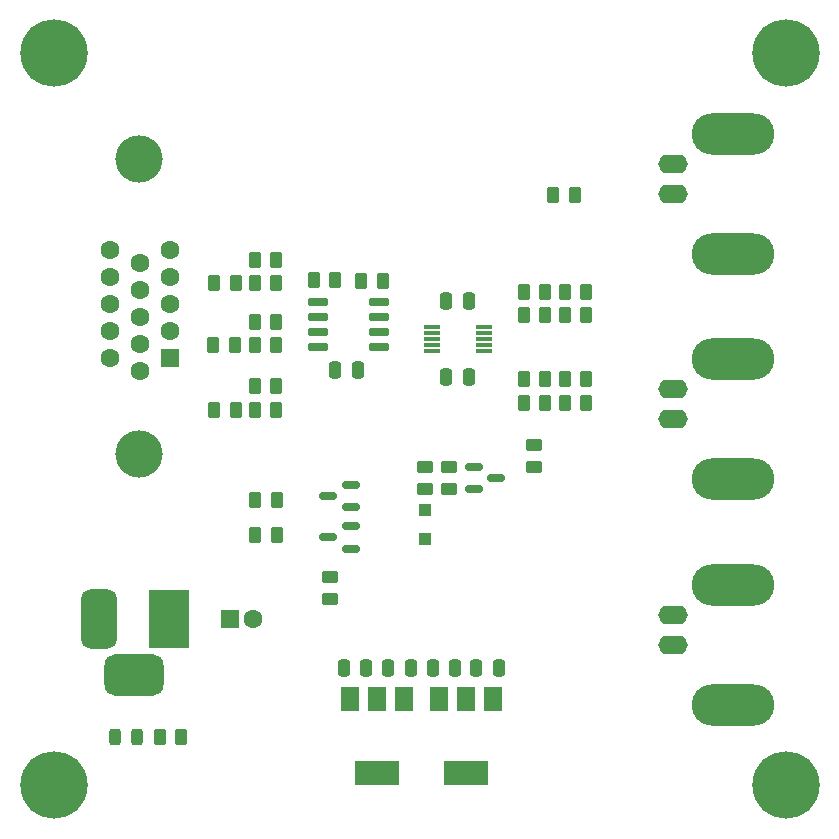
<source format=gts>
%TF.GenerationSoftware,KiCad,Pcbnew,7.0.2*%
%TF.CreationDate,2023-06-12T01:53:58+02:00*%
%TF.ProjectId,RGB-YPbPr-Converter,5247422d-5950-4625-9072-2d436f6e7665,rev?*%
%TF.SameCoordinates,Original*%
%TF.FileFunction,Soldermask,Top*%
%TF.FilePolarity,Negative*%
%FSLAX46Y46*%
G04 Gerber Fmt 4.6, Leading zero omitted, Abs format (unit mm)*
G04 Created by KiCad (PCBNEW 7.0.2) date 2023-06-12 01:53:58*
%MOMM*%
%LPD*%
G01*
G04 APERTURE LIST*
G04 Aperture macros list*
%AMRoundRect*
0 Rectangle with rounded corners*
0 $1 Rounding radius*
0 $2 $3 $4 $5 $6 $7 $8 $9 X,Y pos of 4 corners*
0 Add a 4 corners polygon primitive as box body*
4,1,4,$2,$3,$4,$5,$6,$7,$8,$9,$2,$3,0*
0 Add four circle primitives for the rounded corners*
1,1,$1+$1,$2,$3*
1,1,$1+$1,$4,$5*
1,1,$1+$1,$6,$7*
1,1,$1+$1,$8,$9*
0 Add four rect primitives between the rounded corners*
20,1,$1+$1,$2,$3,$4,$5,0*
20,1,$1+$1,$4,$5,$6,$7,0*
20,1,$1+$1,$6,$7,$8,$9,0*
20,1,$1+$1,$8,$9,$2,$3,0*%
G04 Aperture macros list end*
%ADD10RoundRect,0.150000X-0.725000X-0.150000X0.725000X-0.150000X0.725000X0.150000X-0.725000X0.150000X0*%
%ADD11RoundRect,0.250000X0.450000X-0.262500X0.450000X0.262500X-0.450000X0.262500X-0.450000X-0.262500X0*%
%ADD12RoundRect,0.250000X0.262500X0.450000X-0.262500X0.450000X-0.262500X-0.450000X0.262500X-0.450000X0*%
%ADD13R,1.400000X0.300000*%
%ADD14RoundRect,0.250000X-0.262500X-0.450000X0.262500X-0.450000X0.262500X0.450000X-0.262500X0.450000X0*%
%ADD15O,2.500000X1.600000*%
%ADD16O,7.000000X3.500000*%
%ADD17R,1.600000X1.600000*%
%ADD18C,1.600000*%
%ADD19R,1.000000X1.000000*%
%ADD20RoundRect,0.250000X-0.450000X0.262500X-0.450000X-0.262500X0.450000X-0.262500X0.450000X0.262500X0*%
%ADD21RoundRect,0.250000X-0.250000X-0.475000X0.250000X-0.475000X0.250000X0.475000X-0.250000X0.475000X0*%
%ADD22R,1.500000X2.000000*%
%ADD23R,3.800000X2.000000*%
%ADD24RoundRect,0.150000X-0.587500X-0.150000X0.587500X-0.150000X0.587500X0.150000X-0.587500X0.150000X0*%
%ADD25RoundRect,0.250000X0.250000X0.475000X-0.250000X0.475000X-0.250000X-0.475000X0.250000X-0.475000X0*%
%ADD26RoundRect,0.150000X0.587500X0.150000X-0.587500X0.150000X-0.587500X-0.150000X0.587500X-0.150000X0*%
%ADD27C,5.700000*%
%ADD28C,4.000000*%
%ADD29RoundRect,0.243750X-0.243750X-0.456250X0.243750X-0.456250X0.243750X0.456250X-0.243750X0.456250X0*%
%ADD30R,3.500000X5.000000*%
%ADD31RoundRect,0.750000X-0.750000X-1.750000X0.750000X-1.750000X0.750000X1.750000X-0.750000X1.750000X0*%
%ADD32RoundRect,0.875000X-1.625000X-0.875000X1.625000X-0.875000X1.625000X0.875000X-1.625000X0.875000X0*%
G04 APERTURE END LIST*
D10*
%TO.C,U5*%
X126375000Y-125095000D03*
X126375000Y-126365000D03*
X126375000Y-127635000D03*
X126375000Y-128905000D03*
X131525000Y-128905000D03*
X131525000Y-127635000D03*
X131525000Y-126365000D03*
X131525000Y-125095000D03*
%TD*%
D11*
%TO.C,R20*%
X144700000Y-139012500D03*
X144700000Y-137187500D03*
%TD*%
D12*
%TO.C,R28*%
X145612500Y-124200000D03*
X143787500Y-124200000D03*
%TD*%
D13*
%TO.C,U4*%
X136000000Y-127200000D03*
X136000000Y-127700000D03*
X136000000Y-128200000D03*
X136000000Y-128700000D03*
X136000000Y-129200000D03*
X140400000Y-129200000D03*
X140400000Y-128700000D03*
X140400000Y-128200000D03*
X140400000Y-127700000D03*
X140400000Y-127200000D03*
%TD*%
D11*
%TO.C,R15*%
X135400000Y-140912500D03*
X135400000Y-139087500D03*
%TD*%
D14*
%TO.C,R10*%
X117520195Y-128750000D03*
X119345195Y-128750000D03*
%TD*%
%TO.C,R4*%
X121087500Y-144797257D03*
X122912500Y-144797257D03*
%TD*%
%TO.C,R9*%
X117587500Y-134221951D03*
X119412500Y-134221951D03*
%TD*%
D15*
%TO.C,J3*%
X156410997Y-135000000D03*
D16*
X161490997Y-129920000D03*
D15*
X156410997Y-132460000D03*
D16*
X161490997Y-140080000D03*
%TD*%
D17*
%TO.C,C1*%
X118900000Y-151950000D03*
D18*
X120900000Y-151950000D03*
%TD*%
D14*
%TO.C,R25*%
X147287500Y-126200000D03*
X149112500Y-126200000D03*
%TD*%
D19*
%TO.C,D2*%
X135400000Y-145150000D03*
X135400000Y-142650000D03*
%TD*%
D20*
%TO.C,R17*%
X137500000Y-139087500D03*
X137500000Y-140912500D03*
%TD*%
D15*
%TO.C,J5*%
X156410997Y-154080000D03*
D16*
X161490997Y-149000000D03*
D15*
X156410997Y-151540000D03*
D16*
X161490997Y-159160000D03*
%TD*%
D14*
%TO.C,R16*%
X126037500Y-123250000D03*
X127862500Y-123250000D03*
%TD*%
D21*
%TO.C,C4*%
X139800000Y-156100000D03*
X141700000Y-156100000D03*
%TD*%
D22*
%TO.C,U1*%
X133692267Y-158650000D03*
X131392267Y-158650000D03*
X129092267Y-158650000D03*
D23*
X131392267Y-164950000D03*
%TD*%
D14*
%TO.C,R23*%
X143787500Y-131600000D03*
X145612500Y-131600000D03*
%TD*%
%TO.C,R7*%
X121031250Y-132228201D03*
X122856250Y-132228201D03*
%TD*%
D24*
%TO.C,Q3*%
X139562500Y-139050000D03*
X139562500Y-140950000D03*
X141437500Y-140000000D03*
%TD*%
D14*
%TO.C,R22*%
X146287500Y-116000000D03*
X148112500Y-116000000D03*
%TD*%
D25*
%TO.C,C9*%
X139150000Y-131400000D03*
X137250000Y-131400000D03*
%TD*%
D14*
%TO.C,R24*%
X112987500Y-161900000D03*
X114812500Y-161900000D03*
%TD*%
D26*
%TO.C,Q2*%
X129137500Y-142450000D03*
X129137500Y-140550000D03*
X127262500Y-141500000D03*
%TD*%
D22*
%TO.C,U2*%
X141200000Y-158650000D03*
X138900000Y-158650000D03*
X136600000Y-158650000D03*
D23*
X138900000Y-164950000D03*
%TD*%
D21*
%TO.C,C6*%
X136100000Y-156100000D03*
X138000000Y-156100000D03*
%TD*%
D14*
%TO.C,R5*%
X121087500Y-141800000D03*
X122912500Y-141800000D03*
%TD*%
D27*
%TO.C,H2*%
X166000000Y-104000000D03*
%TD*%
D28*
%TO.C,J2*%
X111245331Y-112985000D03*
X111245331Y-137985000D03*
D17*
X113855331Y-129800000D03*
D18*
X113855331Y-127510000D03*
X113855331Y-125220000D03*
X113855331Y-122930000D03*
X113855331Y-120640000D03*
X111315331Y-130945000D03*
X111315331Y-128655000D03*
X111315331Y-126365000D03*
X111315331Y-124075000D03*
X111315331Y-121785000D03*
X108775331Y-129800000D03*
X108775331Y-127510000D03*
X108775331Y-125220000D03*
X108775331Y-122930000D03*
X108775331Y-120640000D03*
%TD*%
D27*
%TO.C,H1*%
X104000000Y-104000000D03*
%TD*%
D12*
%TO.C,R27*%
X149112500Y-124200000D03*
X147287500Y-124200000D03*
%TD*%
D21*
%TO.C,C3*%
X132342267Y-156100000D03*
X134242267Y-156100000D03*
%TD*%
D12*
%TO.C,R29*%
X149112500Y-133600000D03*
X147287500Y-133600000D03*
%TD*%
D14*
%TO.C,R19*%
X130037500Y-123300000D03*
X131862500Y-123300000D03*
%TD*%
D25*
%TO.C,C8*%
X139150000Y-125000000D03*
X137250000Y-125000000D03*
%TD*%
D12*
%TO.C,R30*%
X145612500Y-133600000D03*
X143787500Y-133600000D03*
%TD*%
D14*
%TO.C,R11*%
X117587500Y-123502003D03*
X119412500Y-123502003D03*
%TD*%
%TO.C,R6*%
X121031250Y-126756250D03*
X122856250Y-126756250D03*
%TD*%
D29*
%TO.C,D3*%
X109162500Y-161900000D03*
X111037500Y-161900000D03*
%TD*%
D26*
%TO.C,Q1*%
X129137500Y-145950000D03*
X129137500Y-144050000D03*
X127262500Y-145000000D03*
%TD*%
D14*
%TO.C,R13*%
X121037500Y-128750000D03*
X122862500Y-128750000D03*
%TD*%
%TO.C,R21*%
X143787500Y-126200000D03*
X145612500Y-126200000D03*
%TD*%
%TO.C,R26*%
X147287500Y-131600000D03*
X149112500Y-131600000D03*
%TD*%
%TO.C,R12*%
X121037500Y-134221951D03*
X122862500Y-134221951D03*
%TD*%
D25*
%TO.C,C5*%
X129750000Y-130800000D03*
X127850000Y-130800000D03*
%TD*%
D27*
%TO.C,H4*%
X166000000Y-166000000D03*
%TD*%
D14*
%TO.C,R14*%
X121037500Y-123500000D03*
X122862500Y-123500000D03*
%TD*%
%TO.C,R3*%
X121031250Y-121506250D03*
X122856250Y-121506250D03*
%TD*%
D27*
%TO.C,H3*%
X104000000Y-166000000D03*
%TD*%
D25*
%TO.C,C2*%
X130442267Y-156100000D03*
X128542267Y-156100000D03*
%TD*%
D30*
%TO.C,J1*%
X113800000Y-151940691D03*
D31*
X107800000Y-151940691D03*
D32*
X110800000Y-156640691D03*
%TD*%
D11*
%TO.C,R8*%
X127400000Y-150212500D03*
X127400000Y-148387500D03*
%TD*%
D15*
%TO.C,J4*%
X156410997Y-115950000D03*
D16*
X161490997Y-110870000D03*
D15*
X156410997Y-113410000D03*
D16*
X161490997Y-121030000D03*
%TD*%
M02*

</source>
